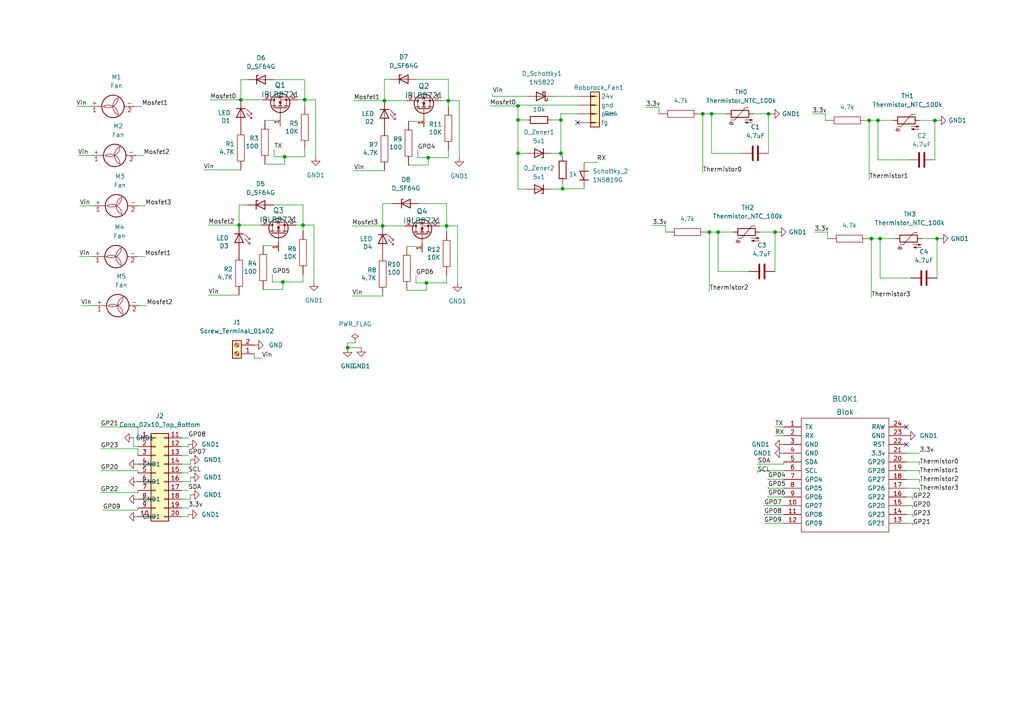
<source format=kicad_sch>
(kicad_sch (version 20230121) (generator eeschema)
  (paper "A4")
  (title_block (title "Aux board") (date "2023-02-12") (rev "0"))
  (lib_symbols
    (symbol "Connector:Screw_Terminal_01x02" (pin_names (offset 1.016) hide)
      (property "Reference" "J" (at 0 2.54 0))
      (property "Value" "Screw_Terminal_01x02" (at 0 -5.08 0))
      (symbol "Screw_Terminal_01x02_1_1"
        (pin passive line (at -5.08 0 0) (length 3.81) (name "Pin_1") (number "1"))
        (pin passive line (at -5.08 -2.54 0) (length 3.81) (name "Pin_2") (number "2"))
      )
    )
    (symbol "Connector_Generic:Conn_01x04" (pin_numbers hide) (pin_names (offset 1.016))
      (property "Reference" "Roborock_Fan1" (at -1.27 6.35 0))
      (property "Value" "PH4" (at -1.27 -8.89 0))
      (symbol "Conn_01x04_1_1"
        (pin passive line (at -5.08 2.54 0) (length 5.81) (name "24v") (number "1"))
        (pin passive line (at -5.08 0 0) (length 5.81) (name "gnd") (number "2"))
        (pin passive line (at -5.08 -2.54 0) (length 5.81) (name "pwm") (number "3"))
        (pin passive line (at -5.08 -5.08 0) (length 5.81) (name "fg") (number "4"))
      )
    )
    (symbol "Connector_Generic:Conn_02x10_Top_Bottom" (pin_names (offset 1.016) hide)
      (property "Reference" "J" (at 1.27 12.7 0))
      (property "Value" "Conn_02x10_Top_Bottom" (at 1.27 -15.24 0))
      (symbol "Conn_02x10_Top_Bottom_1_1"
        (pin passive line (at -5.08 10.16 0) (length 3.81) (name "Pin_1") (number "1"))
        (pin passive line (at -5.08 -12.7 0) (length 3.81) (name "Pin_10") (number "10"))
        (pin passive line (at 7.62 10.16 180) (length 3.81) (name "Pin_11") (number "11"))
        (pin passive line (at 7.62 7.62 180) (length 3.81) (name "Pin_12") (number "12"))
        (pin passive line (at 7.62 5.08 180) (length 3.81) (name "Pin_13") (number "13"))
        (pin passive line (at 7.62 2.54 180) (length 3.81) (name "Pin_14") (number "14"))
        (pin passive line (at 7.62 0 180) (length 3.81) (name "Pin_15") (number "15"))
        (pin passive line (at 7.62 -2.54 180) (length 3.81) (name "Pin_16") (number "16"))
        (pin passive line (at 7.62 -5.08 180) (length 3.81) (name "Pin_17") (number "17"))
        (pin passive line (at 7.62 -7.62 180) (length 3.81) (name "Pin_18") (number "18"))
        (pin passive line (at 7.62 -10.16 180) (length 3.81) (name "Pin_19") (number "19"))
        (pin passive line (at -5.08 7.62 0) (length 3.81) (name "Pin_2") (number "2"))
        (pin passive line (at 7.62 -12.7 180) (length 3.81) (name "Pin_20") (number "20"))
        (pin passive line (at -5.08 5.08 0) (length 3.81) (name "Pin_3") (number "3"))
        (pin passive line (at -5.08 2.54 0) (length 3.81) (name "Pin_4") (number "4"))
        (pin passive line (at -5.08 0 0) (length 3.81) (name "Pin_5") (number "5"))
        (pin passive line (at -5.08 -2.54 0) (length 3.81) (name "Pin_6") (number "6"))
        (pin passive line (at -5.08 -5.08 0) (length 3.81) (name "Pin_7") (number "7"))
        (pin passive line (at -5.08 -7.62 0) (length 3.81) (name "Pin_8") (number "8"))
        (pin passive line (at -5.08 -10.16 0) (length 3.81) (name "Pin_9") (number "9"))
      )
    )
    (symbol "Device:C" (pin_numbers hide) (pin_names (offset 0.254))
      (property "Reference" "C" (at 0.635 2.54 0))
      (property "Value" "C" (at 0.635 -2.54 0))
      (symbol "C_1_1"
        (pin passive line (at 0 3.81 270) (length 2.794) (name "~") (number "1"))
        (pin passive line (at 0 -3.81 90) (length 2.794) (name "~") (number "2"))
      )
    )
    (symbol "Device:D_Shockley" (pin_numbers hide) (pin_names (offset 1.016) hide)
      (property "Reference" "D" (at 0 2.54 0))
      (property "Value" "D_Shockley" (at 0 -2.54 0))
      (symbol "D_Shockley_1_1"
        (pin passive line (at -3.81 0 0) (length 2.54) (name "K") (number "1"))
        (pin passive line (at 3.81 0 180) (length 2.54) (name "A") (number "2"))
      )
    )
    (symbol "Device:D_Zener" (pin_numbers hide) (pin_names (offset 1.016) hide)
      (property "Reference" "D" (at 0 2.54 0))
      (property "Value" "D_Zener" (at 0 -2.54 0))
      (symbol "D_Zener_1_1"
        (pin passive line (at -3.81 0 0) (length 2.54) (name "K") (number "1"))
        (pin passive line (at 3.81 0 180) (length 2.54) (name "A") (number "2"))
      )
    )
    (symbol "Device:R" (pin_numbers hide) (pin_names (offset 0))
      (property "Reference" "R" (at 2.032 0 90))
      (property "Value" "R" (at 0 0 90))
      (symbol "R_1_1"
        (pin passive line (at 0 3.81 270) (length 1.27) (name "~") (number "1"))
        (pin passive line (at 0 -3.81 90) (length 1.27) (name "~") (number "2"))
      )
    )
    (symbol "Device:Thermistor_NTC" (pin_numbers hide) (pin_names (offset 0))
      (property "Reference" "TH" (at -4.445 0 90))
      (property "Value" "Thermistor_NTC" (at 3.175 0 90))
      (symbol "Thermistor_NTC_1_1"
        (pin passive line (at 0 3.81 270) (length 1.27) (name "~") (number "1"))
        (pin passive line (at 0 -3.81 90) (length 1.27) (name "~") (number "2"))
      )
    )
    (symbol "Diode:1N5822" (pin_numbers hide) (pin_names (offset 1.016) hide)
      (property "Reference" "D" (at 0 2.54 0))
      (property "Value" "1N5822" (at 0 -2.54 0))
      (symbol "1N5822_1_1"
        (pin passive line (at -3.81 0 0) (length 2.54) (name "K") (number "1"))
        (pin passive line (at 3.81 0 180) (length 2.54) (name "A") (number "2"))
      )
    )
    (symbol "LED:CQY99" (pin_numbers hide) (pin_names (offset 1.016) hide)
      (property "Reference" "D" (at 0.508 1.778 0))
      (property "Value" "CQY99" (at -1.016 -2.794 0))
      (symbol "CQY99_1_1"
        (pin passive line (at -5.08 0 0) (length 2.54) (name "K") (number "1"))
        (pin passive line (at 2.54 0 180) (length 2.54) (name "A") (number "2"))
      )
    )
    (symbol "Motor:Fan" (pin_names (offset 0))
      (property "Reference" "M" (at 2.54 5.08 0))
      (property "Value" "Fan" (at 2.54 -2.54 0))
      (symbol "Fan_1_1"
        (pin passive line (at 0 7.62 270) (length 2.54) (name "+") (number "1"))
        (pin passive line (at 0 -5.08 90) (length 2.54) (name "-") (number "2"))
      )
    )
    (symbol "Transistor_FET:IRLB8721PBF" (pin_names hide)
      (property "Reference" "Q" (at 6.35 1.905 0))
      (property "Value" "IRLB8721PBF" (at 6.35 0 0))
      (symbol "IRLB8721PBF_1_1"
        (pin input line (at -5.08 0 0) (length 2.54) (name "G") (number "1"))
        (pin passive line (at 2.54 5.08 270) (length 2.54) (name "D") (number "2"))
        (pin passive line (at 2.54 -5.08 90) (length 2.54) (name "S") (number "3"))
      )
    )
    (symbol "power:GND" (power) (pin_names (offset 0))
      (property "Value" "GND" (at 0 -3.81 0))
      (symbol "GND_1_1"
        (pin power_in line (at 0 0 270) (length 0) hide (name "GND") (number "1"))
      )
    )
    (symbol "power:GND1" (power) (pin_names (offset 0))
      (property "Value" "GND1" (at 0 -3.81 0))
      (symbol "GND1_1_1"
        (pin power_in line (at 0 0 270) (length 0) hide (name "GND1") (number "1"))
      )
    )
    (symbol "power:PWR_FLAG" (power) (pin_numbers hide) (pin_names (offset 0) hide)
      (property "Value" "PWR_FLAG" (at 0 3.81 0))
      (symbol "PWR_FLAG_0_0"
        (pin power_out line (at 0 0 90) (length 0) (name "pwr") (number "1"))
      )
    )
    (symbol "promicro:ProMicro" (pin_names (offset 1.016))
      (property "Reference" "BLOK1" (at 0 27.178 0))
      (property "Value" "Blok" (at 0 23.368 0))
      (symbol "ProMicro_1_1"
        (pin bidirectional line (at -17.78 19.05 0) (length 5.08) (name "TX") (number "1"))
        (pin bidirectional line (at -17.78 -3.81 0) (length 5.08) (name "GP07") (number "10"))
        (pin bidirectional line (at -17.78 -6.35 0) (length 5.08) (name "GP08") (number "11"))
        (pin bidirectional line (at -17.78 -8.89 0) (length 5.08) (name "GP09") (number "12"))
        (pin bidirectional line (at 17.78 -8.89 180) (length 5.08) (name "GP21") (number "13"))
        (pin bidirectional line (at 17.78 -6.35 180) (length 5.08) (name "GP23") (number "14"))
        (pin bidirectional line (at 17.78 -3.81 180) (length 5.08) (name "GP20") (number "15"))
        (pin bidirectional line (at 17.78 -1.27 180) (length 5.08) (name "GP22") (number "16"))
        (pin bidirectional line (at 17.78 1.27 180) (length 5.08) (name "GP26") (number "17"))
        (pin bidirectional line (at 17.78 3.81 180) (length 5.08) (name "GP27") (number "18"))
        (pin bidirectional line (at 17.78 6.35 180) (length 5.08) (name "GP28") (number "19"))
        (pin bidirectional line (at -17.78 16.51 0) (length 5.08) (name "RX") (number "2"))
        (pin bidirectional line (at 17.78 8.89 180) (length 5.08) (name "GP29") (number "20"))
        (pin power_out line (at 17.78 11.43 180) (length 5.08) (name "3.3v") (number "21"))
        (pin input line (at 17.78 13.97 180) (length 5.08) (name "RST") (number "22"))
        (pin power_in line (at 17.78 16.51 180) (length 5.08) (name "GND") (number "23"))
        (pin power_out line (at 17.78 19.05 180) (length 5.08) (name "RAW") (number "24"))
        (pin power_in line (at -17.78 13.97 0) (length 5.08) (name "GND") (number "3"))
        (pin power_in line (at -17.78 11.43 0) (length 5.08) (name "GND") (number "4"))
        (pin bidirectional line (at -17.78 8.89 0) (length 5.08) (name "SDA") (number "5"))
        (pin bidirectional line (at -17.78 6.35 0) (length 5.08) (name "SCL") (number "6"))
        (pin bidirectional line (at -17.78 3.81 0) (length 5.08) (name "GP04") (number "7"))
        (pin bidirectional line (at -17.78 1.27 0) (length 5.08) (name "GP05") (number "8"))
        (pin bidirectional line (at -17.78 -1.27 0) (length 5.08) (name "GP06") (number "9"))
      )
    )
    (symbol "pspice:R" (pin_numbers hide) (pin_names (offset 0))
      (property "Reference" "R" (at 2.032 0 90))
      (property "Value" "R" (at 0 0 90))
      (symbol "R_1_1"
        (pin passive line (at 0 6.35 270) (length 2.54) (name "~") (number "1"))
        (pin passive line (at 0 -6.35 90) (length 2.54) (name "~") (number "2"))
      )
    )
  )
  (junction (at 124.206 45.72))
  (junction (at 224.79 67.31))
  (junction (at 88.392 28.956))
  (junction (at 82.55 45.466))
  (junction (at 150.241 30.734))
  (junction (at 222.885 33.02))
  (junction (at 208.28 67.31))
  (junction (at 150.241 44.45))
  (junction (at 162.687 44.45))
  (junction (at 130.048 29.21))
  (junction (at 255.27 69.215))
  (junction (at 150.241 34.798))
  (junction (at 252.095 34.925))
  (junction (at 271.78 69.215))
  (junction (at 163.195 54.737))
  (junction (at 203.835 33.02))
  (junction (at 82.042 81.788))
  (junction (at 162.687 34.798))
  (junction (at 271.145 34.925))
  (junction (at 110.998 65.532))
  (junction (at 69.342 65.278))
  (junction (at 100.838 100.838))
  (junction (at 252.73 69.215))
  (junction (at 206.375 33.02))
  (junction (at 129.54 65.532))
  (junction (at 123.698 82.042))
  (junction (at 205.74 67.31))
  (junction (at 254.635 34.925))
  (junction (at 87.884 65.278))
  (junction (at 69.85 28.956))
  (junction (at 111.506 29.21))
  (no_connect (at 262.89 123.825))
  (no_connect (at 262.89 128.905))
  (no_connect (at 167.513 35.56))
  (wire (pts (xy 162.687 45.466) (xy 163.195 45.466)))
  (wire (pts (xy 40.005 130.175) (xy 40.005 132.08)))
  (wire (pts (xy 76.327 71.247) (xy 80.772 71.247)))
  (wire (pts (xy 150.241 34.798) (xy 150.241 44.45)))
  (wire (pts (xy 254.635 46.355) (xy 254.635 34.925)))
  (wire (pts (xy 264.795 144.145) (xy 264.795 144.78)))
  (wire (pts (xy 102.997 99.441) (xy 100.838 99.441)))
  (wire (pts (xy 219.71 136.525) (xy 219.71 137.16)))
  (wire (pts (xy 23.114 59.69) (xy 27.178 59.69)))
  (wire (pts (xy 217.17 78.74) (xy 208.28 78.74)))
  (wire (pts (xy 263.525 46.355) (xy 254.635 46.355)))
  (wire (pts (xy 227.33 144.145) (xy 222.758 144.145)))
  (wire (pts (xy 129.54 65.532) (xy 129.54 67.183)))
  (wire (pts (xy 227.33 136.525) (xy 219.71 136.525)))
  (wire (pts (xy 69.342 85.598) (xy 60.452 85.598)))
  (wire (pts (xy 262.89 136.525) (xy 266.7 136.525)))
  (wire (pts (xy 236.22 67.31) (xy 240.03 67.31)))
  (wire (pts (xy 160.147 44.45) (xy 162.687 44.45)))
  (wire (pts (xy 203.835 33.02) (xy 203.835 50.165)))
  (wire (pts (xy 222.885 33.02) (xy 222.885 44.45)))
  (wire (pts (xy 52.705 132.08) (xy 54.61 132.08)))
  (wire (pts (xy 264.795 146.685) (xy 264.795 147.32)))
  (wire (pts (xy 224.79 123.825) (xy 227.33 123.825)))
  (wire (pts (xy 76.835 34.925) (xy 81.28 34.925)))
  (wire (pts (xy 52.705 129.54) (xy 54.61 129.54)))
  (wire (pts (xy 189.23 65.405) (xy 193.04 65.405)))
  (wire (pts (xy 267.335 69.215) (xy 271.78 69.215)))
  (wire (pts (xy 123.698 84.201) (xy 123.698 82.042)))
  (wire (pts (xy 111.506 22.987) (xy 111.506 29.21)))
  (wire (pts (xy 111.506 49.53) (xy 102.616 49.53)))
  (wire (pts (xy 110.998 65.532) (xy 117.348 65.532)))
  (wire (pts (xy 55.245 144.78) (xy 55.245 143.51)))
  (wire (pts (xy 60.96 28.956) (xy 69.85 28.956)))
  (wire (pts (xy 266.7 133.985) (xy 266.7 134.874)))
  (wire (pts (xy 142.875 27.178) (xy 142.875 27.94)))
  (wire (pts (xy 252.095 34.925) (xy 254.635 34.925)))
  (wire (pts (xy 59.055 49.276) (xy 69.85 49.276)))
  (wire (pts (xy 69.342 65.278) (xy 60.452 65.278)))
  (wire (pts (xy 54.61 129.54) (xy 54.61 128.905)))
  (wire (pts (xy 52.705 134.62) (xy 55.245 134.62)))
  (wire (pts (xy 71.882 23.114) (xy 69.85 23.114)))
  (wire (pts (xy 266.7 136.525) (xy 266.7 137.414)))
  (wire (pts (xy 160.147 54.864) (xy 163.195 54.864)))
  (wire (pts (xy 222.758 139.065) (xy 222.758 138.811)))
  (wire (pts (xy 123.698 82.042) (xy 120.65 82.042)))
  (wire (pts (xy 88.392 28.956) (xy 91.567 28.956)))
  (wire (pts (xy 111.506 29.21) (xy 117.856 29.21)))
  (wire (pts (xy 129.54 79.883) (xy 129.54 82.042)))
  (wire (pts (xy 163.195 54.737) (xy 163.195 53.086)))
  (wire (pts (xy 121.158 45.72) (xy 121.158 43.561)))
  (wire (pts (xy 240.03 67.31) (xy 240.03 69.215)))
  (wire (pts (xy 162.687 34.798) (xy 162.687 44.45)))
  (wire (pts (xy 88.392 23.114) (xy 88.392 28.956)))
  (wire (pts (xy 193.04 65.405) (xy 193.04 67.31)))
  (wire (pts (xy 208.28 67.31) (xy 212.725 67.31)))
  (wire (pts (xy 271.78 69.215) (xy 271.78 80.645)))
  (wire (pts (xy 91.567 28.956) (xy 91.567 45.466)))
  (wire (pts (xy 52.705 137.16) (xy 54.61 137.16)))
  (wire (pts (xy 75.946 103.886) (xy 73.787 103.886)))
  (wire (pts (xy 79.375 59.436) (xy 87.884 59.436)))
  (wire (pts (xy 113.284 22.987) (xy 111.506 22.987)))
  (wire (pts (xy 40.005 142.875) (xy 40.005 142.24)))
  (wire (pts (xy 40.005 129.54) (xy 38.735 129.54)))
  (wire (pts (xy 82.55 45.466) (xy 88.392 45.466)))
  (wire (pts (xy 203.835 33.02) (xy 206.375 33.02)))
  (wire (pts (xy 76.835 47.625) (xy 82.55 47.625)))
  (wire (pts (xy 215.265 44.45) (xy 206.375 44.45)))
  (wire (pts (xy 271.145 34.925) (xy 271.145 46.355)))
  (wire (pts (xy 221.615 149.225) (xy 227.33 149.225)))
  (wire (pts (xy 142.875 27.94) (xy 153.035 27.94)))
  (wire (pts (xy 252.095 34.925) (xy 252.095 52.07)))
  (wire (pts (xy 82.55 47.625) (xy 82.55 45.466)))
  (wire (pts (xy 113.919 59.055) (xy 110.998 59.055)))
  (wire (pts (xy 205.74 67.31) (xy 208.28 67.31)))
  (wire (pts (xy 52.705 144.78) (xy 55.245 144.78)))
  (wire (pts (xy 38.862 30.861) (xy 41.148 30.861)))
  (wire (pts (xy 152.527 34.798) (xy 150.241 34.798)))
  (wire (pts (xy 227.33 141.605) (xy 222.758 141.605)))
  (wire (pts (xy 266.7 141.605) (xy 266.7 142.494)))
  (wire (pts (xy 87.884 79.629) (xy 87.884 81.788)))
  (wire (pts (xy 162.687 34.798) (xy 162.687 33.02)))
  (wire (pts (xy 262.89 146.685) (xy 264.795 146.685)))
  (wire (pts (xy 87.884 59.436) (xy 87.884 65.278)))
  (wire (pts (xy 205.74 67.31) (xy 205.74 84.455)))
  (wire (pts (xy 124.206 45.72) (xy 121.158 45.72)))
  (wire (pts (xy 120.904 22.987) (xy 130.048 22.987)))
  (wire (pts (xy 235.585 33.02) (xy 239.395 33.02)))
  (wire (pts (xy 227.33 139.065) (xy 222.758 139.065)))
  (wire (pts (xy 222.758 141.605) (xy 222.758 141.351)))
  (wire (pts (xy 52.705 127) (xy 54.61 127)))
  (wire (pts (xy 91.059 65.278) (xy 91.059 81.788)))
  (wire (pts (xy 150.241 44.45) (xy 152.527 44.45)))
  (wire (pts (xy 39.37 45.085) (xy 41.656 45.085)))
  (wire (pts (xy 110.998 65.532) (xy 102.108 65.532)))
  (wire (pts (xy 130.048 29.21) (xy 133.223 29.21)))
  (wire (pts (xy 39.878 59.69) (xy 42.164 59.69)))
  (wire (pts (xy 163.195 54.737) (xy 169.418 54.737)))
  (wire (pts (xy 222.885 33.02) (xy 223.52 33.02)))
  (wire (pts (xy 110.998 65.532) (xy 110.998 66.802)))
  (wire (pts (xy 87.884 65.278) (xy 87.884 66.929)))
  (wire (pts (xy 124.206 47.879) (xy 124.206 45.72)))
  (wire (pts (xy 150.241 30.48) (xy 150.241 30.734)))
  (wire (pts (xy 100.838 100.838) (xy 100.838 100.965)))
  (wire (pts (xy 208.28 78.74) (xy 208.28 67.31)))
  (wire (pts (xy 206.375 44.45) (xy 206.375 33.02)))
  (wire (pts (xy 85.852 65.278) (xy 87.884 65.278)))
  (wire (pts (xy 22.606 45.085) (xy 26.67 45.085)))
  (wire (pts (xy 73.787 102.616) (xy 73.787 103.886)))
  (wire (pts (xy 69.342 65.278) (xy 69.342 66.548)))
  (wire (pts (xy 262.89 151.765) (xy 264.795 151.765)))
  (wire (pts (xy 40.005 136.525) (xy 40.005 137.16)))
  (wire (pts (xy 129.54 65.532) (xy 132.715 65.532)))
  (wire (pts (xy 76.327 83.947) (xy 82.042 83.947)))
  (wire (pts (xy 88.392 43.307) (xy 88.392 45.466)))
  (wire (pts (xy 160.655 27.94) (xy 167.513 27.94)))
  (wire (pts (xy 218.44 33.02) (xy 222.885 33.02)))
  (wire (pts (xy 262.89 149.225) (xy 264.795 149.225)))
  (wire (pts (xy 173.101 47.117) (xy 173.101 46.863)))
  (wire (pts (xy 152.527 54.864) (xy 150.241 54.864)))
  (wire (pts (xy 79.502 45.466) (xy 79.502 43.307)))
  (wire (pts (xy 264.795 149.225) (xy 264.795 149.86)))
  (wire (pts (xy 55.245 134.62) (xy 55.245 133.35)))
  (wire (pts (xy 255.27 80.645) (xy 255.27 69.215)))
  (wire (pts (xy 55.245 139.7) (xy 55.245 138.43)))
  (wire (pts (xy 239.395 33.02) (xy 239.395 34.925)))
  (wire (pts (xy 264.795 151.765) (xy 264.795 152.4)))
  (wire (pts (xy 22.098 30.861) (xy 26.162 30.861)))
  (wire (pts (xy 29.21 136.525) (xy 40.005 136.525)))
  (wire (pts (xy 117.983 84.201) (xy 123.698 84.201)))
  (wire (pts (xy 118.491 35.179) (xy 122.936 35.179)))
  (wire (pts (xy 127.508 65.532) (xy 129.54 65.532)))
  (wire (pts (xy 29.21 130.175) (xy 40.005 130.175)))
  (wire (pts (xy 52.705 149.86) (xy 54.61 149.86)))
  (wire (pts (xy 255.27 69.215) (xy 259.715 69.215)))
  (wire (pts (xy 69.85 23.114) (xy 69.85 28.956)))
  (wire (pts (xy 23.495 88.646) (xy 27.559 88.646)))
  (wire (pts (xy 117.983 71.501) (xy 122.428 71.501)))
  (wire (pts (xy 52.705 139.7) (xy 55.245 139.7)))
  (wire (pts (xy 227.33 134.62) (xy 219.71 134.62)))
  (wire (pts (xy 69.342 59.436) (xy 69.342 65.278)))
  (wire (pts (xy 86.36 28.956) (xy 88.392 28.956)))
  (wire (pts (xy 130.048 22.987) (xy 130.048 29.21)))
  (wire (pts (xy 271.145 34.925) (xy 271.78 34.925)))
  (wire (pts (xy 111.506 29.21) (xy 111.506 30.48)))
  (wire (pts (xy 39.751 74.422) (xy 42.037 74.422)))
  (wire (pts (xy 40.005 127) (xy 40.005 123.825)))
  (wire (pts (xy 224.79 126.365) (xy 227.33 126.365)))
  (wire (pts (xy 221.615 151.765) (xy 227.33 151.765)))
  (wire (pts (xy 52.705 147.32) (xy 54.61 147.32)))
  (wire (pts (xy 129.54 59.055) (xy 129.54 65.532)))
  (wire (pts (xy 82.042 81.788) (xy 87.884 81.788)))
  (wire (pts (xy 69.342 65.278) (xy 75.692 65.278)))
  (wire (pts (xy 79.502 23.114) (xy 88.392 23.114)))
  (wire (pts (xy 82.042 83.947) (xy 82.042 81.788)))
  (wire (pts (xy 120.65 82.042) (xy 120.65 79.883)))
  (wire (pts (xy 266.7 34.925) (xy 271.145 34.925)))
  (wire (pts (xy 160.147 34.798) (xy 162.687 34.798)))
  (wire (pts (xy 71.755 59.436) (xy 69.342 59.436)))
  (wire (pts (xy 150.241 30.734) (xy 150.241 34.798)))
  (wire (pts (xy 22.987 74.422) (xy 27.051 74.422)))
  (wire (pts (xy 206.375 33.02) (xy 210.82 33.02)))
  (wire (pts (xy 100.838 99.441) (xy 100.838 100.838)))
  (wire (pts (xy 40.259 88.646) (xy 42.545 88.646)))
  (wire (pts (xy 266.7 139.065) (xy 266.7 139.954)))
  (wire (pts (xy 262.89 139.065) (xy 266.7 139.065)))
  (wire (pts (xy 110.998 59.055) (xy 110.998 65.532)))
  (wire (pts (xy 130.048 43.561) (xy 130.048 45.72)))
  (wire (pts (xy 262.89 144.145) (xy 264.795 144.145)))
  (wire (pts (xy 111.506 29.21) (xy 102.616 29.21)))
  (wire (pts (xy 52.705 142.24) (xy 54.61 142.24)))
  (wire (pts (xy 78.994 81.788) (xy 78.994 79.629)))
  (wire (pts (xy 162.687 33.02) (xy 167.513 33.02)))
  (wire (pts (xy 123.698 82.042) (xy 129.54 82.042)))
  (wire (pts (xy 40.005 123.825) (xy 29.21 123.825)))
  (wire (pts (xy 122.936 35.179) (xy 122.936 36.83)))
  (wire (pts (xy 222.758 144.145) (xy 222.758 143.891)))
  (wire (pts (xy 54.61 149.86) (xy 54.61 149.225)))
  (wire (pts (xy 121.539 59.055) (xy 129.54 59.055)))
  (wire (pts (xy 82.55 45.466) (xy 79.502 45.466)))
  (wire (pts (xy 142.113 30.734) (xy 150.241 30.734)))
  (wire (pts (xy 271.78 69.215) (xy 272.415 69.215)))
  (wire (pts (xy 130.048 29.21) (xy 130.048 30.861)))
  (wire (pts (xy 262.89 131.445) (xy 266.7 131.445)))
  (wire (pts (xy 264.16 80.645) (xy 255.27 80.645)))
  (wire (pts (xy 252.73 69.215) (xy 252.73 86.36)))
  (wire (pts (xy 133.223 29.21) (xy 133.223 45.72)))
  (wire (pts (xy 38.735 129.54) (xy 38.735 127)))
  (wire (pts (xy 81.28 34.925) (xy 81.28 36.576)))
  (wire (pts (xy 87.884 65.278) (xy 91.059 65.278)))
  (wire (pts (xy 163.195 54.864) (xy 163.195 54.737)))
  (wire (pts (xy 29.21 142.875) (xy 40.005 142.875)))
  (wire (pts (xy 118.491 47.879) (xy 124.206 47.879)))
  (wire (pts (xy 128.016 29.21) (xy 130.048 29.21)))
  (wire (pts (xy 169.418 47.117) (xy 173.101 47.117)))
  (wire (pts (xy 191.135 31.115) (xy 191.135 33.02)))
  (wire (pts (xy 29.845 147.955) (xy 40.005 147.955)))
  (wire (pts (xy 150.241 54.864) (xy 150.241 44.45)))
  (wire (pts (xy 224.79 67.31) (xy 224.79 78.74)))
  (wire (pts (xy 132.715 65.532) (xy 132.715 82.042)))
  (wire (pts (xy 224.79 67.31) (xy 225.425 67.31)))
  (wire (pts (xy 88.392 28.956) (xy 88.392 30.607)))
  (wire (pts (xy 124.206 45.72) (xy 130.048 45.72)))
  (wire (pts (xy 82.042 81.788) (xy 78.994 81.788)))
  (wire (pts (xy 221.615 146.685) (xy 227.33 146.685)))
  (wire (pts (xy 187.325 31.115) (xy 191.135 31.115)))
  (wire (pts (xy 150.241 30.48) (xy 167.513 30.48)))
  (wire (pts (xy 162.687 44.45) (xy 162.687 45.466)))
  (wire (pts (xy 40.005 147.955) (xy 40.005 147.32)))
  (wire (pts (xy 252.73 69.215) (xy 255.27 69.215)))
  (wire (pts (xy 227.33 133.985) (xy 227.33 134.62)))
  (wire (pts (xy 262.89 133.985) (xy 266.7 133.985)))
  (wire (pts (xy 262.89 141.605) (xy 266.7 141.605)))
  (wire (pts (xy 104.775 100.838) (xy 100.838 100.838)))
  (wire (pts (xy 110.998 85.852) (xy 102.108 85.852)))
  (wire (pts (xy 254.635 34.925) (xy 259.08 34.925)))
  (wire (pts (xy 80.772 71.247) (xy 80.772 72.898)))
  (wire (pts (xy 122.428 71.501) (xy 122.428 73.152)))
  (wire (pts (xy 220.345 67.31) (xy 224.79 67.31)))
  (wire (pts (xy 69.85 28.956) (xy 76.2 28.956)))
  (label "GP08" (at 221.615 149.225 0))
  (label "GP08" (at 54.61 127 0))
  (label "Vin" (at 22.987 74.422 0))
  (label "Mosfet1" (at 41.148 30.861 0))
  (label "GP23" (at 29.21 130.175 0))
  (label "Thermistor0" (at 266.7 134.874 0))
  (label "3.3v" (at 236.22 67.31 0))
  (label "GP22" (at 264.795 144.78 0))
  (label "RX" (at 173.101 46.863 0))
  (label "Vin" (at 102.108 85.852 0))
  (label "Vin" (at 102.616 49.53 0))
  (label "SCL" (at 54.61 137.16 0))
  (label "GP21" (at 29.21 123.825 0))
  (label "Vin" (at 60.452 85.598 0))
  (label "Vin" (at 23.495 88.646 0))
  (label "Mosfet0" (at 142.113 30.734 0))
  (label "Mosfet2" (at 60.452 65.278 0))
  (label "Vin" (at 22.606 45.085 0))
  (label "GP09" (at 29.845 147.955 0))
  (label "RX" (at 224.79 126.365 0))
  (label "Mosfet0" (at 60.96 28.956 0))
  (label "GP06" (at 120.65 79.883 0))
  (label "Vin" (at 22.098 30.861 0))
  (label "GP06" (at 222.758 143.891 0))
  (label "Vin" (at 23.114 59.69 0))
  (label "Mosfet1" (at 102.616 29.21 0))
  (label "GP05" (at 78.994 79.629 0))
  (label "Thermistor2" (at 266.7 139.954 0))
  (label "GP05" (at 222.758 141.351 0))
  (label "SCL" (at 219.71 137.16 0))
  (label "3.3v" (at 54.61 147.32 0))
  (label "Thermistor3" (at 266.7 142.494 0))
  (label "3.3v" (at 189.23 65.405 0))
  (label "Thermistor1" (at 266.7 137.414 0))
  (label "3.3v" (at 187.325 31.115 0))
  (label "Thermistor2" (at 205.74 84.455 0))
  (label "Mosfet3" (at 42.164 59.69 0))
  (label "SDA" (at 219.71 134.62 0))
  (label "GP04" (at 121.158 43.561 0))
  (label "GP07" (at 221.615 146.685 0))
  (label "GP23" (at 264.795 149.86 0))
  (label "TX" (at 79.502 43.307 0))
  (label "Thermistor1" (at 252.095 52.07 0))
  (label "Mosfet2" (at 41.656 45.085 0))
  (label "Mosfet1" (at 42.037 74.422 0))
  (label "GP04" (at 222.758 138.811 0))
  (label "Vin" (at 59.055 49.276 0))
  (label "Thermistor0" (at 203.835 50.165 0))
  (label "Mosfet3" (at 102.108 65.532 0))
  (label "Mosfet2" (at 42.545 88.646 0))
  (label "GP22" (at 29.21 142.875 0))
  (label "GP20" (at 264.795 147.32 0))
  (label "GP07" (at 54.61 132.08 0))
  (label "Thermistor3" (at 252.73 86.36 0))
  (label "SDA" (at 54.61 142.24 0))
  (label "GP09" (at 221.615 151.765 0))
  (label "TX" (at 224.79 123.825 0))
  (label "3.3v" (at 235.585 33.02 0))
  (label "3.3v" (at 266.7 131.445 0))
  (label "GP21" (at 264.795 152.4 0))
  (label "GP20" (at 29.21 136.525 0))
  (label "Vin" (at 142.875 27.178 0))
  (label "Vin" (at 75.946 103.886 0))
  (symbol (lib_id "power:GND1") (at 55.245 143.51 90) (unit 1)
    (property "Reference" "#PWR0120" (effects hide))
    (property "Value" "GND1" (at 59.055 143.5099 90) (effects (justify right)))
  )
  (symbol (lib_id "LED:CQY99") (at 69.85 34.036 270) (unit 1)
    (property "Reference" "D1" (at 66.8782 35.0266 90) (effects (justify right)))
    (property "Value" "LED" (at 66.8782 32.7152 90) (effects (justify right)))
    (property "Footprint" "LED_THT:LED_D5.0mm_IRGrey" (effects hide))
    (property "Datasheet" "https://www.prtice.info/IMG/pdf/CQY99.pdf" (effects hide))
    (property "LCSC" "C84256" (effects hide))
    (property "MPN" "17-215SURC/S530-A2/TR8 " (effects hide))
    (property "SKU" "304090046" (effects hide))
  )
  (symbol (lib_id "Device:D_Zener") (at 156.337 54.864 180) (unit 1)
    (property "Reference" "D_Zener2" (at 156.337 48.768 0))
    (property "Value" "5v1" (at 156.337 51.308 0))
    (property "Footprint" "Diode_THT:D_A-405_P7.62mm_Horizontal" (effects hide))
  )
  (symbol (lib_id "pspice:R") (at 130.048 37.211 0) (mirror x) (unit 1)
    (property "Reference" "R11" (at 128.27 36.0426 0) (effects (justify right)))
    (property "Value" "10K" (at 128.27 38.354 0) (effects (justify right)))
    (property "Footprint" "Resistor_THT:R_Axial_DIN0204_L3.6mm_D1.6mm_P5.08mm_Horizontal" (effects hide))
    (property "LCSC" "C17414" (effects hide))
    (property "MPN" "RC0805JR-0710KL" (effects hide))
    (property "SKU" "301010361" (effects hide))
  )
  (symbol (lib_id "Device:Thermistor_NTC") (at 216.535 67.31 90) (unit 1)
    (property "Reference" "TH2" (at 216.8525 60.198 90))
    (property "Value" "Thermistor_NTC_100k" (at 216.8525 62.738 90))
    (property "Footprint" "Connector_JST:JST_XH_B2B-XH-A_1x02_P2.50mm_Vertical" (effects hide))
  )
  (symbol (lib_id "Motor:Fan") (at 33.782 30.861 90) (unit 1)
    (property "Reference" "M1" (at 33.782 22.352 90))
    (property "Value" "Fan" (at 33.782 24.892 90))
    (property "Footprint" "Connector_JST:JST_XH_B2B-XH-A_1x02_P2.50mm_Vertical" (effects hide))
  )
  (symbol (lib_id "Device:D_Zener") (at 75.565 59.436 0) (unit 1)
    (property "Reference" "D5" (at 75.565 53.34 0))
    (property "Value" "D_SF64G" (at 75.565 55.88 0))
    (property "Footprint" "Diode_THT:D_DO-201AD_P12.70mm_Horizontal" (effects hide))
  )
  (symbol (lib_id "Connector:Screw_Terminal_01x02") (at 68.707 102.616 180) (unit 1)
    (property "Reference" "J1" (at 68.707 93.472 0))
    (property "Value" "Screw_Terminal_01x02" (at 68.707 96.012 0))
    (property "Footprint" "TerminalBlock_Philmore:TerminalBlock_Philmore_TB132_1x02_P5.00mm_Horizontal" (effects hide))
  )
  (symbol (lib_id "Device:C") (at 267.97 80.645 90) (unit 1)
    (property "Reference" "C4" (at 267.97 73.025 90))
    (property "Value" "4.7uF" (at 267.97 75.565 90))
    (property "Footprint" "Capacitor_THT:CP_Radial_D4.0mm_P1.50mm" (effects hide))
  )
  (symbol (lib_id "pspice:R") (at 76.327 77.597 0) (mirror x) (unit 1)
    (property "Reference" "R4" (at 74.549 76.4286 0) (effects (justify right)))
    (property "Value" "100" (at 74.549 78.74 0) (effects (justify right)))
    (property "Footprint" "Resistor_THT:R_Axial_DIN0204_L3.6mm_D1.6mm_P5.08mm_Horizontal" (effects hide))
    (property "LCSC" "C17408" (effects hide))
    (property "MPN" "RC0805JR-07100RL" (effects hide))
    (property "SKU" "301010319" (effects hide))
  )
  (symbol (lib_id "LED:CQY99") (at 111.506 34.29 270) (unit 1)
    (property "Reference" "D2" (at 108.5342 35.2806 90) (effects (justify right)))
    (property "Value" "LED" (at 108.5342 32.9692 90) (effects (justify right)))
    (property "Footprint" "LED_THT:LED_D5.0mm_IRGrey" (effects hide))
    (property "Datasheet" "https://www.prtice.info/IMG/pdf/CQY99.pdf" (effects hide))
    (property "LCSC" "C84256" (effects hide))
    (property "MPN" "17-215SURC/S530-A2/TR8 " (effects hide))
    (property "SKU" "304090046" (effects hide))
  )
  (symbol (lib_id "power:GND1") (at 91.567 45.466 0) (unit 1)
    (property "Reference" "#PWR0109" (effects hide))
    (property "Value" "GND1" (at 91.567 50.8 0))
  )
  (symbol (lib_id "power:GND1") (at 133.223 45.72 0) (unit 1)
    (property "Reference" "#PWR0111" (effects hide))
    (property "Value" "GND1" (at 133.223 51.054 0))
  )
  (symbol (lib_id "Device:D_Zener") (at 75.692 23.114 0) (unit 1)
    (property "Reference" "D6" (at 75.692 16.764 0))
    (property "Value" "D_SF64G" (at 75.692 19.304 0))
    (property "Footprint" "Diode_THT:D_DO-201AD_P12.70mm_Horizontal" (effects hide))
  )
  (symbol (lib_id "Motor:Fan") (at 34.798 59.69 90) (unit 1)
    (property "Reference" "M3" (at 34.798 51.181 90))
    (property "Value" "Fan" (at 34.798 53.721 90))
    (property "Footprint" "Connector_JST:JST_XH_B2B-XH-A_1x02_P2.50mm_Vertical" (effects hide))
  )
  (symbol (lib_id "Transistor_FET:IRLB8721PBF") (at 122.936 31.75 90) (unit 1)
    (property "Reference" "Q2" (at 122.936 24.9682 90) (effects (font (size 1.524 1.524))))
    (property "Value" "IRLB8721" (at 122.936 27.6606 90) (effects (font (size 1.524 1.524))))
    (property "Footprint" "Package_TO_SOT_THT:TO-220-3_Horizontal_TabDown" (effects hide))
    (property "Datasheet" "http://www.infineon.com/dgdl/irlb8721pbf.pdf?fileId=5546d462533600a40153566056732591" (effects hide))
    (property "Alternate PN#" "AO3400A" (effects hide))
    (property "Category" "Discrete Semiconductor Products" (effects hide))
    (property "DK_Datasheet_Link" "https://www.infineon.com/dgdl/irlml6344pbf.pdf?fileId=5546d462533600a4015356689c44262c" (effects hide))
    (property "DK_Detail_Page" "/product-detail/en/infineon-technologies/IRLML6344TRPBF/IRLML6344TRPBFCT-ND/2538168" (effects hide))
    (property "Description" "MOSFET N-CH 30V 5A SOT23" (effects hide))
    (property "Digi-Key_PN" "IRLML6344TRPBFCT-ND" (effects hide))
    (property "Family" "Transistors - FETs, MOSFETs - Single" (effects hide))
    (property "LCSC" "C20917" (effects hide))
    (property "MPN" "IRLML6344TRPBF" (effects hide))
    (property "Manufacturer" "Infineon Technologies" (effects hide))
    (property "Status" "Active" (effects hide))
  )
  (symbol (lib_id "power:GND1") (at 54.61 149.225 90) (unit 1)
    (property "Reference" "#PWR0122" (effects hide))
    (property "Value" "GND1" (at 58.42 149.2249 90) (effects (justify right)))
  )
  (symbol (lib_id "Device:C") (at 267.335 46.355 90) (unit 1)
    (property "Reference" "C2" (at 267.335 39.37 90))
    (property "Value" "4.7uF" (at 267.335 41.91 90))
    (property "Footprint" "Capacitor_THT:CP_Radial_D4.0mm_P1.50mm" (effects hide))
  )
  (symbol (lib_id "pspice:R") (at 76.835 41.275 0) (mirror x) (unit 1)
    (property "Reference" "R3" (at 75.057 40.1066 0) (effects (justify right)))
    (property "Value" "100" (at 75.057 42.418 0) (effects (justify right)))
    (property "Footprint" "Resistor_THT:R_Axial_DIN0204_L3.6mm_D1.6mm_P5.08mm_Horizontal" (effects hide))
    (property "LCSC" "C17408" (effects hide))
    (property "MPN" "RC0805JR-07100RL" (effects hide))
    (property "SKU" "301010319" (effects hide))
  )
  (symbol (lib_id "pspice:R") (at 245.745 34.925 90) (unit 1)
    (property "Reference" "T1R2" (effects hide))
    (property "Value" "4.7k" (at 245.745 31.115 90))
    (property "Footprint" "Resistor_THT:R_Axial_DIN0204_L3.6mm_D1.6mm_P5.08mm_Horizontal" (effects hide))
  )
  (symbol (lib_id "LED:CQY99") (at 110.998 70.612 270) (unit 1)
    (property "Reference" "D4" (at 108.0262 71.6026 90) (effects (justify right)))
    (property "Value" "LED" (at 108.0262 69.2912 90) (effects (justify right)))
    (property "Footprint" "LED_THT:LED_D5.0mm_IRGrey" (effects hide))
    (property "Datasheet" "https://www.prtice.info/IMG/pdf/CQY99.pdf" (effects hide))
    (property "LCSC" "C84256" (effects hide))
    (property "MPN" "17-215SURC/S530-A2/TR8 " (effects hide))
    (property "SKU" "304090046" (effects hide))
  )
  (symbol (lib_id "power:GND1") (at 55.245 138.43 90) (unit 1)
    (property "Reference" "#PWR0121" (effects hide))
    (property "Value" "GND1" (at 59.055 138.4299 90) (effects (justify right)))
  )
  (symbol (lib_id "pspice:R") (at 246.38 69.215 90) (unit 1)
    (property "Reference" "T1R4" (effects hide))
    (property "Value" "4.7k" (at 246.38 65.405 90))
    (property "Footprint" "Resistor_THT:R_Axial_DIN0204_L3.6mm_D1.6mm_P5.08mm_Horizontal" (effects hide))
  )
  (symbol (lib_id "Device:D_Zener") (at 117.729 59.055 0) (unit 1)
    (property "Reference" "D8" (at 117.729 52.07 0))
    (property "Value" "D_SF64G" (at 117.729 54.61 0))
    (property "Footprint" "Diode_THT:D_DO-201AD_P12.70mm_Horizontal" (effects hide))
  )
  (symbol (lib_id "Device:D_Zener") (at 117.094 22.987 0) (unit 1)
    (property "Reference" "D7" (at 117.094 16.51 0))
    (property "Value" "D_SF64G" (at 117.094 19.05 0))
    (property "Footprint" "Diode_THT:D_DO-201AD_P12.70mm_Horizontal" (effects hide))
    (property "Datasheet" "https://www.taiwansemi.com/assets/uploads/datasheet/SF61G%20SERIES_G2105.pdf" (effects hide))
  )
  (symbol (lib_id "Motor:Fan") (at 34.671 74.422 90) (unit 1)
    (property "Reference" "M4" (at 34.671 65.913 90))
    (property "Value" "Fan" (at 34.671 68.453 90))
    (property "Footprint" "TerminalBlock_Philmore:TerminalBlock_Philmore_TB132_1x02_P5.00mm_Horizontal" (effects hide))
    (property "Datasheet" "https://cdn.sparkfun.com/assets/d/b/2/5/f/HA-522-XXP.pdf" (effects hide))
    (property "Product Page" "https://www.sparkfun.com/products/15898" (effects hide))
  )
  (symbol (lib_id "pspice:R") (at 87.884 73.279 0) (mirror x) (unit 1)
    (property "Reference" "R6" (at 86.106 72.1106 0) (effects (justify right)))
    (property "Value" "10K" (at 86.106 74.422 0) (effects (justify right)))
    (property "Footprint" "Resistor_THT:R_Axial_DIN0204_L3.6mm_D1.6mm_P5.08mm_Horizontal" (effects hide))
    (property "LCSC" "C17414" (effects hide))
    (property "MPN" "RC0805JR-0710KL" (effects hide))
    (property "SKU" "301010361" (effects hide))
  )
  (symbol (lib_id "power:GND1") (at 38.735 127 270) (unit 1)
    (property "Reference" "#PWR0116" (effects hide))
    (property "Value" "GND1" (at 39.37 126.9999 90) (effects (justify left)))
  )
  (symbol (lib_id "power:GND1") (at 132.715 82.042 0) (unit 1)
    (property "Reference" "#PWR0114" (effects hide))
    (property "Value" "GND1" (at 132.715 87.376 0))
  )
  (symbol (lib_id "pspice:R") (at 197.485 33.02 90) (unit 1)
    (property "Reference" "T1R1" (effects hide))
    (property "Value" "4.7k" (at 197.485 29.21 90))
    (property "Footprint" "Resistor_THT:R_Axial_DIN0204_L3.6mm_D1.6mm_P5.08mm_Horizontal" (effects hide))
  )
  (symbol (lib_id "power:GND1") (at 40.005 134.62 270) (unit 1)
    (property "Reference" "#PWR0113" (effects hide))
    (property "Value" "GND1" (at 41.275 134.6199 90) (effects (justify left)))
  )
  (symbol (lib_id "Device:Thermistor_NTC") (at 263.525 69.215 90) (unit 1)
    (property "Reference" "TH3" (at 263.8425 62.103 90))
    (property "Value" "Thermistor_NTC_100k" (at 263.8425 64.643 90))
    (property "Footprint" "Connector_JST:JST_XH_B2B-XH-A_1x02_P2.50mm_Vertical" (effects hide))
  )
  (symbol (lib_id "Device:Thermistor_NTC") (at 214.63 33.02 90) (unit 1)
    (property "Reference" "TH0" (at 214.9475 26.67 90))
    (property "Value" "Thermistor_NTC_100k" (at 214.9475 29.21 90))
    (property "Footprint" "Connector_JST:JST_XH_B2B-XH-A_1x02_P2.50mm_Vertical" (effects hide))
  )
  (symbol (lib_id "Transistor_FET:IRLB8721PBF") (at 122.428 68.072 90) (unit 1)
    (property "Reference" "Q4" (at 122.428 61.2902 90) (effects (font (size 1.524 1.524))))
    (property "Value" "IRLB8721" (at 122.428 63.9826 90) (effects (font (size 1.524 1.524))))
    (property "Footprint" "Package_TO_SOT_THT:TO-220-3_Horizontal_TabDown" (effects hide))
    (property "Datasheet" "http://www.infineon.com/dgdl/irlb8721pbf.pdf?fileId=5546d462533600a40153566056732591" (effects hide))
    (property "Alternate PN#" "AO3400A" (effects hide))
    (property "Category" "Discrete Semiconductor Products" (effects hide))
    (property "DK_Datasheet_Link" "https://www.infineon.com/dgdl/irlml6344pbf.pdf?fileId=5546d462533600a4015356689c44262c" (effects hide))
    (property "DK_Detail_Page" "/product-detail/en/infineon-technologies/IRLML6344TRPBF/IRLML6344TRPBFCT-ND/2538168" (effects hide))
    (property "Description" "MOSFET N-CH 30V 5A SOT23" (effects hide))
    (property "Digi-Key_PN" "IRLML6344TRPBFCT-ND" (effects hide))
    (property "Family" "Transistors - FETs, MOSFETs - Single" (effects hide))
    (property "LCSC" "C20917" (effects hide))
    (property "MPN" "IRLML6344TRPBF" (effects hide))
    (property "Manufacturer" "Infineon Technologies" (effects hide))
    (property "Status" "Active" (effects hide))
  )
  (symbol (lib_id "power:GND1") (at 262.89 126.365 90) (unit 1)
    (property "Reference" "#PWR0104" (effects hide))
    (property "Value" "GND1" (at 266.7 126.3649 90) (effects (justify right)))
  )
  (symbol (lib_id "pspice:R") (at 118.491 41.529 0) (mirror x) (unit 1)
    (property "Reference" "R9" (at 116.713 40.3606 0) (effects (justify right)))
    (property "Value" "100" (at 116.713 42.672 0) (effects (justify right)))
    (property "Footprint" "Resistor_THT:R_Axial_DIN0204_L3.6mm_D1.6mm_P5.08mm_Horizontal" (effects hide))
    (property "LCSC" "C17408" (effects hide))
    (property "MPN" "RC0805JR-07100RL" (effects hide))
    (property "SKU" "301010319" (effects hide))
  )
  (symbol (lib_id "power:GND") (at 100.838 100.965 0) (unit 1)
    (property "Reference" "#PWR0103" (effects hide))
    (property "Value" "GND" (at 100.838 106.172 0))
  )
  (symbol (lib_id "power:GND1") (at 40.005 149.86 270) (unit 1)
    (property "Reference" "#PWR0118" (effects hide))
    (property "Value" "GND1" (at 41.275 149.8599 90) (effects (justify left)))
  )
  (symbol (lib_id "pspice:R") (at 88.392 36.957 0) (mirror x) (unit 1)
    (property "Reference" "R5" (at 86.614 35.7886 0) (effects (justify right)))
    (property "Value" "10K" (at 86.614 38.1 0) (effects (justify right)))
    (property "Footprint" "Resistor_THT:R_Axial_DIN0204_L3.6mm_D1.6mm_P5.08mm_Horizontal" (effects hide))
    (property "LCSC" "C17414" (effects hide))
    (property "MPN" "RC0805JR-0710KL" (effects hide))
    (property "SKU" "301010361" (effects hide))
  )
  (symbol (lib_id "power:GND1") (at 104.775 100.838 0) (unit 1)
    (property "Reference" "#PWR0101" (effects hide))
    (property "Value" "GND1" (at 104.775 106.172 0))
  )
  (symbol (lib_id "LED:CQY99") (at 69.342 70.358 270) (unit 1)
    (property "Reference" "D3" (at 66.3702 71.3486 90) (effects (justify right)))
    (property "Value" "LED" (at 66.3702 69.0372 90) (effects (justify right)))
    (property "Footprint" "LED_THT:LED_D5.0mm_IRGrey" (effects hide))
    (property "Datasheet" "https://www.prtice.info/IMG/pdf/CQY99.pdf" (effects hide))
    (property "LCSC" "C84256" (effects hide))
    (property "MPN" "17-215SURC/S530-A2/TR8 " (effects hide))
    (property "SKU" "304090046" (effects hide))
  )
  (symbol (lib_id "power:PWR_FLAG") (at 102.997 99.441 0) (unit 1)
    (property "Reference" "#FLG01" (effects hide))
    (property "Value" "PWR_FLAG" (at 102.997 93.98 0))
  )
  (symbol (lib_id "power:GND1") (at 223.52 33.02 90) (unit 1)
    (property "Reference" "#PWR0105" (effects hide))
    (property "Value" "GND1" (at 226.822 33.0199 90) (effects (justify right)))
  )
  (symbol (lib_id "pspice:R") (at 69.85 42.926 0) (mirror x) (unit 1)
    (property "Reference" "R1" (at 68.072 41.7576 0) (effects (justify right)))
    (property "Value" "4.7K" (at 68.072 44.069 0) (effects (justify right)))
    (property "Footprint" "Resistor_THT:R_Axial_DIN0204_L3.6mm_D1.6mm_P5.08mm_Horizontal" (effects hide))
    (property "LCSC" "C17673" (effects hide))
    (property "MPN" "RC0805JR-074K7L" (effects hide))
    (property "SKU" "301010306" (effects hide))
  )
  (symbol (lib_id "Device:D_Shockley") (at 169.418 50.927 90) (unit 1)
    (property "Reference" "Schottky_2" (at 171.831 49.6569 90) (effects (justify right)))
    (property "Value" "1N5819G" (at 171.831 52.1969 90) (effects (justify right)))
    (property "Footprint" "Diode_THT:D_DO-201AD_P12.70mm_Horizontal" (effects hide))
  )
  (symbol (lib_id "pspice:R") (at 110.998 79.502 0) (mirror x) (unit 1)
    (property "Reference" "R8" (at 109.22 78.3336 0) (effects (justify right)))
    (property "Value" "4.7K" (at 109.22 80.645 0) (effects (justify right)))
    (property "Footprint" "Resistor_THT:R_Axial_DIN0204_L3.6mm_D1.6mm_P5.08mm_Horizontal" (effects hide))
    (property "LCSC" "C17673" (effects hide))
    (property "MPN" "RC0805JR-074K7L" (effects hide))
    (property "SKU" "301010306" (effects hide))
  )
  (symbol (lib_id "Transistor_FET:IRLB8721PBF") (at 80.772 67.818 90) (unit 1)
    (property "Reference" "Q3" (at 80.772 61.0362 90) (effects (font (size 1.524 1.524))))
    (property "Value" "IRLB8721" (at 80.772 63.7286 90) (effects (font (size 1.524 1.524))))
    (property "Footprint" "Package_TO_SOT_THT:TO-220-3_Horizontal_TabDown" (effects hide))
    (property "Datasheet" "http://www.infineon.com/dgdl/irlb8721pbf.pdf?fileId=5546d462533600a40153566056732591" (effects hide))
    (property "Alternate PN#" "AO3400A" (effects hide))
    (property "Category" "Discrete Semiconductor Products" (effects hide))
    (property "DK_Datasheet_Link" "https://www.infineon.com/dgdl/irlml6344pbf.pdf?fileId=5546d462533600a4015356689c44262c" (effects hide))
    (property "DK_Detail_Page" "/product-detail/en/infineon-technologies/IRLML6344TRPBF/IRLML6344TRPBFCT-ND/2538168" (effects hide))
    (property "Description" "MOSFET N-CH 30V 5A SOT23" (effects hide))
    (property "Digi-Key_PN" "IRLML6344TRPBFCT-ND" (effects hide))
    (property "Family" "Transistors - FETs, MOSFETs - Single" (effects hide))
    (property "LCSC" "C20917" (effects hide))
    (property "MPN" "IRLML6344TRPBF" (effects hide))
    (property "Manufacturer" "Infineon Technologies" (effects hide))
    (property "Status" "Active" (effects hide))
  )
  (symbol (lib_id "power:GND1") (at 91.059 81.788 0) (unit 1)
    (property "Reference" "#PWR0112" (effects hide))
    (property "Value" "GND1" (at 91.059 87.122 0))
  )
  (symbol (lib_id "power:GND1") (at 225.425 67.31 90) (unit 1)
    (property "Reference" "#PWR0107" (effects hide))
    (property "Value" "GND1" (at 228.727 67.3099 90) (effects (justify right)))
  )
  (symbol (lib_id "power:GND1") (at 227.33 131.445 270) (unit 1)
    (property "Reference" "#PWR0106" (effects hide))
    (property "Value" "GND1" (at 223.774 131.4449 90) (effects (justify right)))
  )
  (symbol (lib_id "pspice:R") (at 117.983 77.851 0) (mirror x) (unit 1)
    (property "Reference" "R10" (at 116.205 76.6826 0) (effects (justify right)))
    (property "Value" "100" (at 116.205 78.994 0) (effects (justify right)))
    (property "Footprint" "Resistor_THT:R_Axial_DIN0204_L3.6mm_D1.6mm_P5.08mm_Horizontal" (effects hide))
    (property "LCSC" "C17408" (effects hide))
    (property "MPN" "RC0805JR-07100RL" (effects hide))
    (property "SKU" "301010319" (effects hide))
  )
  (symbol (lib_id "pspice:R") (at 199.39 67.31 90) (unit 1)
    (property "Reference" "T1R3" (effects hide))
    (property "Value" "4.7k" (at 199.39 63.5 90))
    (property "Footprint" "Resistor_THT:R_Axial_DIN0204_L3.6mm_D1.6mm_P5.08mm_Horizontal" (effects hide))
  )
  (symbol (lib_id "power:GND1") (at 227.33 128.905 270) (unit 1)
    (property "Reference" "#PWR02" (effects hide))
    (property "Value" "GND1" (at 223.266 128.9049 90) (effects (justify right)))
  )
  (symbol (lib_id "power:GND1") (at 40.005 139.7 270) (unit 1)
    (property "Reference" "#PWR0115" (effects hide))
    (property "Value" "GND1" (at 41.275 139.6999 90) (effects (justify left)))
  )
  (symbol (lib_id "Transistor_FET:IRLB8721PBF") (at 81.28 31.496 90) (unit 1)
    (property "Reference" "Q1" (at 81.28 24.7142 90) (effects (font (size 1.524 1.524))))
    (property "Value" "IRLB8721" (at 81.28 27.4066 90) (effects (font (size 1.524 1.524))))
    (property "Footprint" "Package_TO_SOT_THT:TO-220-3_Horizontal_TabDown" (effects hide))
    (property "Datasheet" "http://www.infineon.com/dgdl/irlb8721pbf.pdf?fileId=5546d462533600a40153566056732591" (effects hide))
    (property "Alternate PN#" "AO3400A" (effects hide))
    (property "Category" "Discrete Semiconductor Products" (effects hide))
    (property "DK_Datasheet_Link" "https://www.infineon.com/dgdl/irlml6344pbf.pdf?fileId=5546d462533600a4015356689c44262c" (effects hide))
    (property "DK_Detail_Page" "/product-detail/en/infineon-technologies/IRLML6344TRPBF/IRLML6344TRPBFCT-ND/2538168" (effects hide))
    (property "Description" "MOSFET N-CH 30V 5A SOT23" (effects hide))
    (property "Digi-Key_PN" "IRLML6344TRPBFCT-ND" (effects hide))
    (property "Family" "Transistors - FETs, MOSFETs - Single" (effects hide))
    (property "LCSC" "C20917" (effects hide))
    (property "MPN" "IRLML6344TRPBF" (effects hide))
    (property "Manufacturer" "Infineon Technologies" (effects hide))
    (property "Status" "Active" (effects hide))
  )
  (symbol (lib_id "power:GND1") (at 55.245 133.35 90) (unit 1)
    (property "Reference" "#PWR0119" (effects hide))
    (property "Value" "GND1" (at 59.055 133.3499 90) (effects (justify right)))
  )
  (symbol (lib_id "Device:C") (at 220.98 78.74 90) (unit 1)
    (property "Reference" "C3" (at 220.98 71.12 90))
    (property "Value" "4.7uF" (at 220.98 73.66 90))
    (property "Footprint" "Capacitor_THT:CP_Radial_D4.0mm_P1.50mm" (effects hide))
  )
  (symbol (lib_id "Device:D_Zener") (at 156.337 44.45 180) (unit 1)
    (property "Reference" "D_Zener1" (at 156.337 38.354 0))
    (property "Value" "5v1" (at 156.337 40.894 0))
    (property "Footprint" "Diode_THT:D_A-405_P7.62mm_Horizontal" (effects hide))
  )
  (symbol (lib_id "Device:R") (at 163.195 49.276 0) (unit 1)
    (property "Reference" "R14" (effects hide))
    (property "Value" "1k" (at 164.973 50.5459 0) (effects (justify left)))
    (property "Footprint" "Resistor_THT:R_Axial_DIN0204_L3.6mm_D1.6mm_P5.08mm_Horizontal" (effects hide))
  )
  (symbol (lib_id "pspice:R") (at 69.342 79.248 0) (mirror x) (unit 1)
    (property "Reference" "R2" (at 67.564 78.0796 0) (effects (justify right)))
    (property "Value" "4.7K" (at 67.564 80.391 0) (effects (justify right)))
    (property "Footprint" "Resistor_THT:R_Axial_DIN0204_L3.6mm_D1.6mm_P5.08mm_Horizontal" (effects hide))
    (property "LCSC" "C17673" (effects hide))
    (property "MPN" "RC0805JR-074K7L" (effects hide))
    (property "SKU" "301010306" (effects hide))
  )
  (symbol (lib_id "power:GND1") (at 54.61 128.905 90) (unit 1)
    (property "Reference" "#PWR0102" (effects hide))
    (property "Value" "GND1" (at 58.42 128.9049 90) (effects (justify right)))
  )
  (symbol (lib_id "Motor:Fan") (at 34.29 45.085 90) (unit 1)
    (property "Reference" "M2" (at 34.29 36.576 90))
    (property "Value" "Fan" (at 34.29 39.116 90))
    (property "Footprint" "Connector_JST:JST_XH_B2B-XH-A_1x02_P2.50mm_Vertical" (effects hide))
  )
  (symbol (lib_id "Connector_Generic:Conn_02x10_Top_Bottom") (at 45.085 137.16 0) (unit 1)
    (property "Reference" "J2" (at 46.355 120.65 0))
    (property "Value" "Conn_02x10_Top_Bottom" (at 46.355 123.19 0))
    (property "Footprint" "Connector_PinHeader_2.00mm:PinHeader_2x10_P2.00mm_Vertical" (effects hide))
  )
  (symbol (lib_id "Device:C") (at 219.075 44.45 90) (unit 1)
    (property "Reference" "C1" (at 219.075 36.83 90))
    (property "Value" "4.7uF" (at 219.075 39.37 90))
    (property "Footprint" "Capacitor_THT:CP_Radial_D4.0mm_P1.50mm" (effects hide))
  )
  (symbol (lib_id "Connector_Generic:Conn_01x04") (at 172.593 30.48 0) (unit 1)
    (property "Reference" "Roborock_Fan1" (at 166.37 25.4 0) (effects (justify left)))
    (property "Value" "PH4" (at 175.26 33.0199 0) (effects (justify left)))
    (property "Footprint" "Connector_JST:JST_PH_B4B-PH-K_1x04_P2.00mm_Vertical" (effects hide))
  )
  (symbol (lib_id "pspice:R") (at 129.54 73.533 0) (mirror x) (unit 1)
    (property "Reference" "R12" (at 127.762 72.3646 0) (effects (justify right)))
    (property "Value" "10K" (at 127.762 74.676 0) (effects (justify right)))
    (property "Footprint" "Resistor_THT:R_Axial_DIN0204_L3.6mm_D1.6mm_P5.08mm_Horizontal" (effects hide))
    (property "LCSC" "C17414" (effects hide))
    (property "MPN" "RC0805JR-0710KL" (effects hide))
    (property "SKU" "301010361" (effects hide))
  )
  (symbol (lib_id "power:GND1") (at 272.415 69.215 90) (unit 1)
    (property "Reference" "#PWR0108" (effects hide))
    (property "Value" "GND1" (at 275.717 69.2149 90) (effects (justify right)))
  )
  (symbol (lib_id "Device:Thermistor_NTC") (at 262.89 34.925 90) (unit 1)
    (property "Reference" "TH1" (at 263.2075 27.813 90))
    (property "Value" "Thermistor_NTC_100k" (at 263.2075 30.353 90))
    (property "Footprint" "Connector_JST:JST_XH_B2B-XH-A_1x02_P2.50mm_Vertical" (effects hide))
  )
  (symbol (lib_id "promicro:ProMicro") (at 245.11 142.875 0) (unit 1)
    (property "Reference" "BLOK1" (at 245.11 115.697 0) (effects (font (size 1.524 1.524))))
    (property "Value" "Blok" (at 245.11 119.507 0) (effects (font (size 1.524 1.524))))
    (property "Footprint" "promicro:ProMicro" (effects hide))
  )
  (symbol (lib_id "power:GND") (at 73.787 100.076 90) (unit 1)
    (property "Reference" "#PWR01" (effects hide))
    (property "Value" "GND" (at 77.978 100.0759 90) (effects (justify right)))
  )
  (symbol (lib_id "power:GND1") (at 271.78 34.925 90) (unit 1)
    (property "Reference" "#PWR0110" (effects hide))
    (property "Value" "GND1" (at 275.082 34.9249 90) (effects (justify right)))
  )
  (symbol (lib_id "power:GND1") (at 40.005 144.78 270) (unit 1)
    (property "Reference" "#PWR0117" (effects hide))
    (property "Value" "GND1" (at 41.275 144.7799 90) (effects (justify left)))
  )
  (symbol (lib_id "pspice:R") (at 111.506 43.18 0) (mirror x) (unit 1)
    (property "Reference" "R7" (at 109.728 42.0116 0) (effects (justify right)))
    (property "Value" "4.7K" (at 109.728 44.323 0) (effects (justify right)))
    (property "Footprint" "Resistor_THT:R_Axial_DIN0204_L3.6mm_D1.6mm_P5.08mm_Horizontal" (effects hide))
    (property "LCSC" "C17673" (effects hide))
    (property "MPN" "RC0805JR-074K7L" (effects hide))
    (property "SKU" "301010306" (effects hide))
  )
  (symbol (lib_id "Device:R") (at 156.337 34.798 90) (unit 1)
    (property "Reference" "R13" (effects hide))
    (property "Value" "10k" (at 156.337 30.988 90) (effects (justify bottom)))
    (property "Footprint" "Resistor_THT:R_Axial_DIN0204_L3.6mm_D1.6mm_P5.08mm_Horizontal" (effects hide))
  )
  (symbol (lib_id "Diode:1N5822") (at 156.845 27.94 180) (unit 1)
    (property "Reference" "D_Schottky1" (at 157.1625 21.336 0))
    (property "Value" "1N5822" (at 157.1625 23.876 0))
    (property "Footprint" "Diode_THT:D_DO-201AD_P12.70mm_Horizontal" (effects hide))
    (property "Datasheet" "http://www.vishay.com/docs/88526/1n5820.pdf" (effects hide))
  )
  (symbol (lib_id "Motor:Fan") (at 35.179 88.646 90) (unit 1)
    (property "Reference" "M5" (at 35.179 80.137 90))
    (property "Value" "Fan" (at 35.179 82.677 90))
    (property "Footprint" "TerminalBlock_Philmore:TerminalBlock_Philmore_TB132_1x02_P5.00mm_Horizontal" (effects hide))
    (property "Datasheet" "https://cdn.sparkfun.com/assets/d/b/2/5/f/HA-522-XXP.pdf" (effects hide))
    (property "Product Page" "https://www.sparkfun.com/products/15898" (effects hide))
  )
)
</source>
